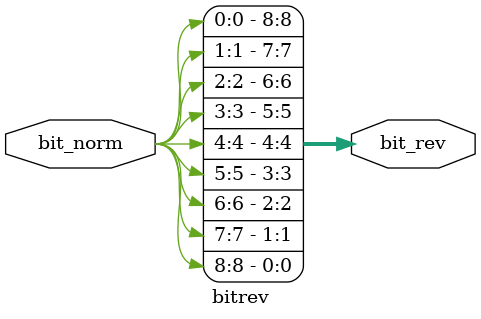
<source format=sv>

module bitrev #(parameter N = 9) // M = 9 since log2(512) = 9
        (input logic [N-1:0] bit_norm,
         output logic [N-1:0] bit_rev);

    genvar b; // generating variable b to increment through each bit of the input

    generate for (b = 0; b < N; b = b + 1) begin: bit_reversed //creates block bit_reversed that connects input bit to output bit
        assign bit_rev[b] = bit_norm[N - 1 - b]; // bit reversing logic
    end
    endgenerate

endmodule

</source>
